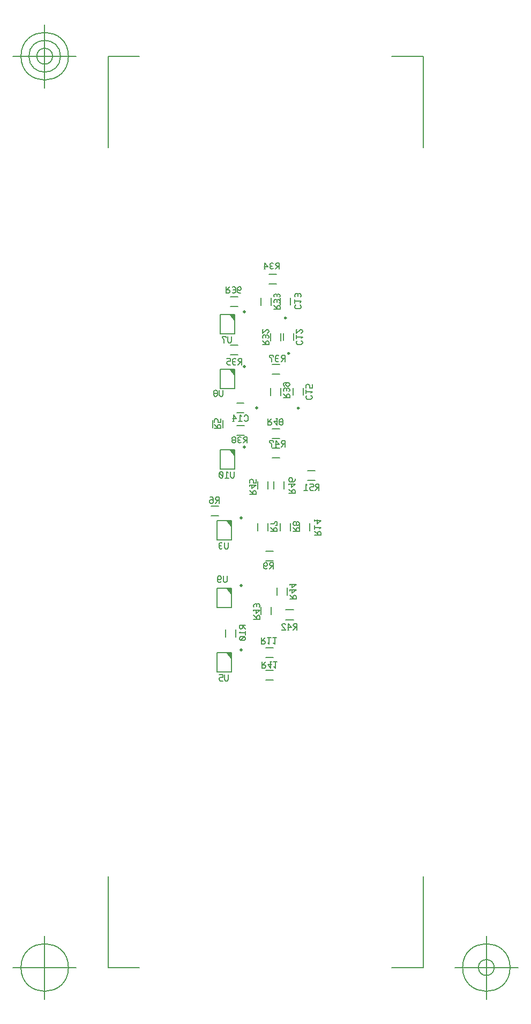
<source format=gbr>
G04 Generated by Ultiboard 14.1 *
%FSLAX34Y34*%
%MOMM*%

%ADD10C,0.0001*%
%ADD11C,0.2032*%
%ADD12C,0.1270*%
%ADD13C,0.1556*%
%ADD14C,0.2000*%
%ADD15C,0.2500*%
%ADD16C,0.50000*%


G04 ColorRGB FF14FF for the following layer *
%LNSilkscreen Bottom*%
%LPD*%
G54D10*
G54D11*
X314655Y149783D02*
X314655Y141783D01*
X312663Y139783D01*
X310672Y139783D01*
X308681Y141783D01*
X308681Y149783D01*
X299721Y149783D02*
X305695Y149783D01*
X305695Y145783D01*
X301712Y145783D01*
X299721Y143783D01*
X299721Y141783D01*
X301712Y139783D01*
X305695Y139783D01*
X319875Y184645D02*
X319875Y153645D01*
X296875Y153645D02*
X296875Y184645D01*
X319875Y153645D02*
X296875Y153645D01*
X296875Y184645D02*
X319875Y184645D01*
X312459Y305305D02*
X312459Y297305D01*
X310468Y295305D01*
X308477Y295305D01*
X306486Y297305D01*
X306486Y305305D01*
X303499Y297305D02*
X301508Y295305D01*
X299517Y295305D01*
X297526Y297305D01*
X297526Y301305D01*
X297526Y303305D01*
X299517Y305305D01*
X301508Y305305D01*
X303499Y303305D01*
X303499Y301305D01*
X301508Y299305D01*
X299517Y299305D01*
X297526Y301305D01*
X319875Y286245D02*
X319875Y255245D01*
X296875Y255245D02*
X296875Y286245D01*
X319875Y255245D02*
X296875Y255245D01*
X296875Y286245D02*
X319875Y286245D01*
X314655Y358063D02*
X314655Y350063D01*
X312663Y348063D01*
X310672Y348063D01*
X308681Y350063D01*
X308681Y358063D01*
X304699Y357063D02*
X303703Y358063D01*
X301712Y358063D01*
X299721Y356063D01*
X299721Y354063D01*
X300717Y353063D01*
X299721Y352063D01*
X299721Y350063D01*
X301712Y348063D01*
X303703Y348063D01*
X304699Y349063D01*
X303703Y353063D02*
X300717Y353063D01*
X319875Y392925D02*
X319875Y361925D01*
X296875Y361925D02*
X296875Y392925D01*
X319875Y361925D02*
X296875Y361925D01*
X296875Y392925D02*
X319875Y392925D01*
X324215Y469823D02*
X324215Y461823D01*
X322223Y459823D01*
X320232Y459823D01*
X318241Y461823D01*
X318241Y469823D01*
X314259Y467823D02*
X312268Y469823D01*
X312268Y459823D01*
X315255Y459823D02*
X309281Y459823D01*
X306295Y467823D02*
X304303Y469823D01*
X302312Y469823D01*
X300321Y467823D01*
X300321Y461823D01*
X302312Y459823D01*
X304303Y459823D01*
X306295Y461823D01*
X306295Y467823D01*
X300321Y467823D02*
X306295Y461823D01*
X324955Y504685D02*
X324955Y473685D01*
X301955Y473685D02*
X301955Y504685D01*
X324955Y473685D02*
X301955Y473685D01*
X301955Y504685D02*
X324955Y504685D01*
X306344Y598440D02*
X306344Y590440D01*
X304353Y588440D01*
X302362Y588440D01*
X300371Y590440D01*
X300371Y598440D01*
X293402Y588440D02*
X295393Y588440D01*
X297384Y590440D01*
X297384Y592440D01*
X296389Y593440D01*
X297384Y594440D01*
X297384Y596440D01*
X295393Y598440D01*
X293402Y598440D01*
X291411Y596440D01*
X291411Y594440D01*
X292407Y593440D01*
X291411Y592440D01*
X291411Y590440D01*
X293402Y588440D01*
X296389Y593440D02*
X292407Y593440D01*
X324955Y631685D02*
X324955Y600685D01*
X301955Y600685D02*
X301955Y631685D01*
X324955Y600685D02*
X301955Y600685D01*
X301955Y631685D02*
X324955Y631685D01*
X319735Y683183D02*
X319735Y675183D01*
X317743Y673183D01*
X315752Y673183D01*
X313761Y675183D01*
X313761Y683183D01*
X307788Y673183D02*
X307788Y678183D01*
X304801Y681183D01*
X304801Y683183D01*
X310775Y683183D01*
X310775Y681183D01*
X324955Y718045D02*
X324955Y687045D01*
X301955Y687045D02*
X301955Y718045D01*
X324955Y687045D02*
X301955Y687045D01*
X301955Y718045D02*
X324955Y718045D01*
G54D12*
G36*
X318851Y183768D02*
X318851Y183768D01*
X312501Y183768D01*
X318851Y176148D01*
X318851Y183768D01*
D02*
G37*
X312501Y183768D01*
X318851Y176148D01*
X318851Y183768D01*
G36*
X318851Y285368D02*
X318851Y285368D01*
X312501Y285368D01*
X318851Y277748D01*
X318851Y285368D01*
D02*
G37*
X312501Y285368D01*
X318851Y277748D01*
X318851Y285368D01*
G36*
X318851Y392048D02*
X318851Y392048D01*
X312501Y392048D01*
X318851Y384428D01*
X318851Y392048D01*
D02*
G37*
X312501Y392048D01*
X318851Y384428D01*
X318851Y392048D01*
G36*
X323931Y503808D02*
X323931Y503808D01*
X317581Y503808D01*
X323931Y496188D01*
X323931Y503808D01*
D02*
G37*
X317581Y503808D01*
X323931Y496188D01*
X323931Y503808D01*
G36*
X323931Y630808D02*
X323931Y630808D01*
X317581Y630808D01*
X323931Y623188D01*
X323931Y630808D01*
D02*
G37*
X317581Y630808D01*
X323931Y623188D01*
X323931Y630808D01*
G36*
X323931Y717168D02*
X323931Y717168D01*
X317581Y717168D01*
X323931Y709548D01*
X323931Y717168D01*
D02*
G37*
X317581Y717168D01*
X323931Y709548D01*
X323931Y717168D01*
X124460Y-312420D02*
X124460Y-168656D01*
X124460Y-312420D02*
X174244Y-312420D01*
X622300Y-312420D02*
X572516Y-312420D01*
X622300Y-312420D02*
X622300Y-168656D01*
X622300Y1125220D02*
X622300Y981456D01*
X622300Y1125220D02*
X572516Y1125220D01*
X124460Y1125220D02*
X174244Y1125220D01*
X124460Y1125220D02*
X124460Y981456D01*
X74460Y-312420D02*
X-25540Y-312420D01*
X24460Y-362420D02*
X24460Y-262420D01*
X-13040Y-312420D02*
G75*
D01*
G02X-13040Y-312420I37500J0*
G01*
X672300Y-312420D02*
X772300Y-312420D01*
X722300Y-362420D02*
X722300Y-262420D01*
X684800Y-312420D02*
G75*
D01*
G02X684800Y-312420I37500J0*
G01*
X709800Y-312420D02*
G75*
D01*
G02X709800Y-312420I12500J0*
G01*
X74460Y1125220D02*
X-25540Y1125220D01*
X24460Y1075220D02*
X24460Y1175220D01*
X-13040Y1125220D02*
G75*
D01*
G02X-13040Y1125220I37500J0*
G01*
X-540Y1125220D02*
G75*
D01*
G02X-540Y1125220I25000J0*
G01*
X11960Y1125220D02*
G75*
D01*
G02X11960Y1125220I12500J0*
G01*
G54D13*
X367791Y169985D02*
X367791Y159985D01*
X371773Y159985D01*
X373764Y161985D01*
X373764Y162985D01*
X371773Y164985D01*
X367791Y164985D01*
X368786Y164985D02*
X373764Y169985D01*
X382724Y165985D02*
X376751Y165985D01*
X381728Y159985D01*
X381728Y169985D01*
X380733Y169985D02*
X382724Y169985D01*
X386706Y161985D02*
X388697Y159985D01*
X388697Y169985D01*
X385711Y169985D02*
X391684Y169985D01*
X367051Y207885D02*
X367051Y197885D01*
X371033Y197885D01*
X373024Y199885D01*
X373024Y200885D01*
X371033Y202885D01*
X367051Y202885D01*
X368046Y202885D02*
X373024Y207885D01*
X377006Y199885D02*
X378997Y197885D01*
X378997Y207885D01*
X376011Y207885D02*
X381984Y207885D01*
X385966Y199885D02*
X387957Y197885D01*
X387957Y207885D01*
X384971Y207885D02*
X390944Y207885D01*
X342035Y227309D02*
X332035Y227309D01*
X332035Y223327D01*
X334035Y221336D01*
X335035Y221336D01*
X337035Y223327D01*
X337035Y227309D01*
X337035Y226314D02*
X342035Y221336D01*
X334035Y217354D02*
X332035Y215363D01*
X342035Y215363D01*
X342035Y218349D02*
X342035Y212376D01*
X334035Y209389D02*
X332035Y207398D01*
X332035Y205407D01*
X334035Y203416D01*
X340035Y203416D01*
X342035Y205407D01*
X342035Y207398D01*
X340035Y209389D01*
X334035Y209389D01*
X334035Y203416D02*
X340035Y209389D01*
X354555Y237241D02*
X364555Y237241D01*
X364555Y241223D01*
X362555Y243214D01*
X361555Y243214D01*
X359555Y241223D01*
X359555Y237241D01*
X359555Y238236D02*
X354555Y243214D01*
X358555Y252174D02*
X358555Y246201D01*
X364555Y251178D01*
X354555Y251178D01*
X354555Y250183D02*
X354555Y252174D01*
X363555Y256156D02*
X364555Y257152D01*
X364555Y259143D01*
X362555Y261134D01*
X360555Y261134D01*
X359555Y260138D01*
X358555Y261134D01*
X356555Y261134D01*
X354555Y259143D01*
X354555Y257152D01*
X355555Y256156D01*
X359555Y257152D02*
X359555Y260138D01*
X411675Y269201D02*
X421675Y269201D01*
X421675Y273183D01*
X419675Y275174D01*
X418675Y275174D01*
X416675Y273183D01*
X416675Y269201D01*
X416675Y270196D02*
X411675Y275174D01*
X415675Y284134D02*
X415675Y278161D01*
X421675Y283138D01*
X411675Y283138D01*
X411675Y282143D02*
X411675Y284134D01*
X415675Y293094D02*
X415675Y287121D01*
X421675Y292098D01*
X411675Y292098D01*
X411675Y291103D02*
X411675Y293094D01*
X385589Y316356D02*
X385589Y326356D01*
X381607Y326356D01*
X379616Y324356D01*
X379616Y323356D01*
X381607Y321356D01*
X385589Y321356D01*
X384594Y321356D02*
X379616Y316356D01*
X376629Y318356D02*
X374638Y316356D01*
X372647Y316356D01*
X370656Y318356D01*
X370656Y322356D01*
X370656Y324356D01*
X372647Y326356D01*
X374638Y326356D01*
X376629Y324356D01*
X376629Y322356D01*
X374638Y320356D01*
X372647Y320356D01*
X370656Y322356D01*
X381195Y375881D02*
X391195Y375881D01*
X391195Y379863D01*
X389195Y381854D01*
X388195Y381854D01*
X386195Y379863D01*
X386195Y375881D01*
X386195Y376876D02*
X381195Y381854D01*
X381195Y387827D02*
X386195Y387827D01*
X389195Y390814D01*
X391195Y390814D01*
X391195Y384841D01*
X389195Y384841D01*
X416755Y375881D02*
X426755Y375881D01*
X426755Y379863D01*
X424755Y381854D01*
X423755Y381854D01*
X421755Y379863D01*
X421755Y375881D01*
X421755Y376876D02*
X416755Y381854D01*
X416755Y388823D02*
X416755Y386832D01*
X418755Y384841D01*
X420755Y384841D01*
X421755Y385836D01*
X422755Y384841D01*
X424755Y384841D01*
X426755Y386832D01*
X426755Y388823D01*
X424755Y390814D01*
X422755Y390814D01*
X421755Y389818D01*
X420755Y390814D01*
X418755Y390814D01*
X416755Y388823D01*
X421755Y385836D02*
X421755Y389818D01*
X450875Y370061D02*
X460875Y370061D01*
X460875Y374043D01*
X458875Y376034D01*
X457875Y376034D01*
X455875Y374043D01*
X455875Y370061D01*
X455875Y371056D02*
X450875Y376034D01*
X458875Y380016D02*
X460875Y382007D01*
X450875Y382007D01*
X450875Y379021D02*
X450875Y384994D01*
X454875Y393954D02*
X454875Y387981D01*
X460875Y392958D01*
X450875Y392958D01*
X450875Y391963D02*
X450875Y393954D01*
X299759Y419765D02*
X299759Y429765D01*
X295777Y429765D01*
X293786Y427765D01*
X293786Y426765D01*
X295777Y424765D01*
X299759Y424765D01*
X298764Y424765D02*
X293786Y419765D01*
X285822Y429765D02*
X288808Y429765D01*
X290799Y427765D01*
X290799Y423765D01*
X290799Y421765D01*
X288808Y419765D01*
X286817Y419765D01*
X284826Y421765D01*
X284826Y423765D01*
X286817Y425765D01*
X288808Y425765D01*
X290799Y423765D01*
X348175Y434301D02*
X358175Y434301D01*
X358175Y438283D01*
X356175Y440274D01*
X355175Y440274D01*
X353175Y438283D01*
X353175Y434301D01*
X353175Y435296D02*
X348175Y440274D01*
X352175Y449234D02*
X352175Y443261D01*
X358175Y448238D01*
X348175Y448238D01*
X348175Y447243D02*
X348175Y449234D01*
X358175Y458194D02*
X358175Y452221D01*
X354175Y452221D01*
X354175Y456203D01*
X352175Y458194D01*
X350175Y458194D01*
X348175Y456203D01*
X348175Y452221D01*
X410235Y436101D02*
X420235Y436101D01*
X420235Y440083D01*
X418235Y442074D01*
X417235Y442074D01*
X415235Y440083D01*
X415235Y436101D01*
X415235Y437096D02*
X410235Y442074D01*
X414235Y451034D02*
X414235Y445061D01*
X420235Y450038D01*
X410235Y450038D01*
X410235Y449043D02*
X410235Y451034D01*
X420235Y458998D02*
X420235Y456012D01*
X418235Y454021D01*
X414235Y454021D01*
X412235Y454021D01*
X410235Y456012D01*
X410235Y458003D01*
X412235Y459994D01*
X414235Y459994D01*
X416235Y458003D01*
X416235Y456012D01*
X414235Y454021D01*
X457979Y440285D02*
X457979Y450285D01*
X453997Y450285D01*
X452006Y448285D01*
X452006Y447285D01*
X453997Y445285D01*
X457979Y445285D01*
X456984Y445285D02*
X452006Y440285D01*
X443046Y450285D02*
X449019Y450285D01*
X449019Y446285D01*
X445037Y446285D01*
X443046Y444285D01*
X443046Y442285D01*
X445037Y440285D01*
X449019Y440285D01*
X439064Y448285D02*
X437073Y450285D01*
X437073Y440285D01*
X440059Y440285D02*
X434086Y440285D01*
X403899Y508665D02*
X403899Y518665D01*
X399917Y518665D01*
X397926Y516665D01*
X397926Y515665D01*
X399917Y513665D01*
X403899Y513665D01*
X402904Y513665D02*
X397926Y508665D01*
X388966Y512665D02*
X394939Y512665D01*
X389962Y518665D01*
X389962Y508665D01*
X390957Y508665D02*
X388966Y508665D01*
X382993Y508665D02*
X382993Y513665D01*
X380006Y516665D01*
X380006Y518665D01*
X385979Y518665D01*
X385979Y516665D01*
X292295Y538441D02*
X302295Y538441D01*
X302295Y542423D01*
X300295Y544414D01*
X299295Y544414D01*
X297295Y542423D01*
X297295Y538441D01*
X297295Y539436D02*
X292295Y544414D01*
X302295Y553374D02*
X302295Y547401D01*
X298295Y547401D01*
X298295Y551383D01*
X296295Y553374D01*
X294295Y553374D01*
X292295Y551383D01*
X292295Y547401D01*
X344419Y515045D02*
X344419Y525045D01*
X340437Y525045D01*
X338446Y523045D01*
X338446Y522045D01*
X340437Y520045D01*
X344419Y520045D01*
X343424Y520045D02*
X338446Y515045D01*
X334464Y524045D02*
X333468Y525045D01*
X331477Y525045D01*
X329486Y523045D01*
X329486Y521045D01*
X330482Y520045D01*
X329486Y519045D01*
X329486Y517045D01*
X331477Y515045D01*
X333468Y515045D01*
X334464Y516045D01*
X333468Y520045D02*
X330482Y520045D01*
X322517Y515045D02*
X324508Y515045D01*
X326499Y517045D01*
X326499Y519045D01*
X325504Y520045D01*
X326499Y521045D01*
X326499Y523045D01*
X324508Y525045D01*
X322517Y525045D01*
X320526Y523045D01*
X320526Y521045D01*
X321522Y520045D01*
X320526Y519045D01*
X320526Y517045D01*
X322517Y515045D01*
X325504Y520045D02*
X321522Y520045D01*
X377211Y553325D02*
X377211Y543325D01*
X381193Y543325D01*
X383184Y545325D01*
X383184Y546325D01*
X381193Y548325D01*
X377211Y548325D01*
X378206Y548325D02*
X383184Y553325D01*
X392144Y549325D02*
X386171Y549325D01*
X391148Y543325D01*
X391148Y553325D01*
X390153Y553325D02*
X392144Y553325D01*
X399113Y553325D02*
X397122Y553325D01*
X395131Y551325D01*
X395131Y549325D01*
X396126Y548325D01*
X395131Y547325D01*
X395131Y545325D01*
X397122Y543325D01*
X399113Y543325D01*
X401104Y545325D01*
X401104Y547325D01*
X400108Y548325D01*
X401104Y549325D01*
X401104Y551325D01*
X399113Y553325D01*
X396126Y548325D02*
X400108Y548325D01*
X339506Y551305D02*
X341497Y549305D01*
X343488Y549305D01*
X345479Y551305D01*
X345479Y557305D01*
X343488Y559305D01*
X341497Y559305D01*
X339506Y557305D01*
X335524Y557305D02*
X333533Y559305D01*
X333533Y549305D01*
X336519Y549305D02*
X330546Y549305D01*
X321586Y553305D02*
X327559Y553305D01*
X322582Y559305D01*
X322582Y549305D01*
X323577Y549305D02*
X321586Y549305D01*
X439075Y590134D02*
X437075Y588143D01*
X437075Y586152D01*
X439075Y584161D01*
X445075Y584161D01*
X447075Y586152D01*
X447075Y588143D01*
X445075Y590134D01*
X445075Y594116D02*
X447075Y596107D01*
X437075Y596107D01*
X437075Y593121D02*
X437075Y599094D01*
X447075Y608054D02*
X447075Y602081D01*
X443075Y602081D01*
X443075Y606063D01*
X441075Y608054D01*
X439075Y608054D01*
X437075Y606063D01*
X437075Y602081D01*
X401515Y586701D02*
X411515Y586701D01*
X411515Y590683D01*
X409515Y592674D01*
X408515Y592674D01*
X406515Y590683D01*
X406515Y586701D01*
X406515Y587696D02*
X401515Y592674D01*
X410515Y596656D02*
X411515Y597652D01*
X411515Y599643D01*
X409515Y601634D01*
X407515Y601634D01*
X406515Y600638D01*
X405515Y601634D01*
X403515Y601634D01*
X401515Y599643D01*
X401515Y597652D01*
X402515Y596656D01*
X406515Y597652D02*
X406515Y600638D01*
X403515Y604621D02*
X401515Y606612D01*
X401515Y608603D01*
X403515Y610594D01*
X407515Y610594D01*
X409515Y610594D01*
X411515Y608603D01*
X411515Y606612D01*
X409515Y604621D01*
X407515Y604621D01*
X405515Y606612D01*
X405515Y608603D01*
X407515Y610594D01*
X403899Y643285D02*
X403899Y653285D01*
X399917Y653285D01*
X397926Y651285D01*
X397926Y650285D01*
X399917Y648285D01*
X403899Y648285D01*
X402904Y648285D02*
X397926Y643285D01*
X393944Y652285D02*
X392948Y653285D01*
X390957Y653285D01*
X388966Y651285D01*
X388966Y649285D01*
X389962Y648285D01*
X388966Y647285D01*
X388966Y645285D01*
X390957Y643285D01*
X392948Y643285D01*
X393944Y644285D01*
X392948Y648285D02*
X389962Y648285D01*
X382993Y643285D02*
X382993Y648285D01*
X380006Y651285D01*
X380006Y653285D01*
X385979Y653285D01*
X385979Y651285D01*
X336059Y638405D02*
X336059Y648405D01*
X332077Y648405D01*
X330086Y646405D01*
X330086Y645405D01*
X332077Y643405D01*
X336059Y643405D01*
X335064Y643405D02*
X330086Y638405D01*
X326104Y647405D02*
X325108Y648405D01*
X323117Y648405D01*
X321126Y646405D01*
X321126Y644405D01*
X322122Y643405D01*
X321126Y642405D01*
X321126Y640405D01*
X323117Y638405D01*
X325108Y638405D01*
X326104Y639405D01*
X325108Y643405D02*
X322122Y643405D01*
X312166Y648405D02*
X318139Y648405D01*
X318139Y644405D01*
X314157Y644405D01*
X312166Y642405D01*
X312166Y640405D01*
X314157Y638405D01*
X318139Y638405D01*
X368495Y670521D02*
X378495Y670521D01*
X378495Y674503D01*
X376495Y676494D01*
X375495Y676494D01*
X373495Y674503D01*
X373495Y670521D01*
X373495Y671516D02*
X368495Y676494D01*
X377495Y680476D02*
X378495Y681472D01*
X378495Y683463D01*
X376495Y685454D01*
X374495Y685454D01*
X373495Y684458D01*
X372495Y685454D01*
X370495Y685454D01*
X368495Y683463D01*
X368495Y681472D01*
X369495Y680476D01*
X373495Y681472D02*
X373495Y684458D01*
X376495Y688441D02*
X378495Y690432D01*
X378495Y692423D01*
X376495Y694414D01*
X375495Y694414D01*
X368495Y688441D01*
X368495Y694414D01*
X369495Y694414D01*
X423835Y676494D02*
X421835Y674503D01*
X421835Y672512D01*
X423835Y670521D01*
X429835Y670521D01*
X431835Y672512D01*
X431835Y674503D01*
X429835Y676494D01*
X429835Y680476D02*
X431835Y682467D01*
X421835Y682467D01*
X421835Y679481D02*
X421835Y685454D01*
X429835Y688441D02*
X431835Y690432D01*
X431835Y692423D01*
X429835Y694414D01*
X428835Y694414D01*
X421835Y688441D01*
X421835Y694414D01*
X422835Y694414D01*
X421585Y732664D02*
X419585Y730673D01*
X419585Y728682D01*
X421585Y726691D01*
X427585Y726691D01*
X429585Y728682D01*
X429585Y730673D01*
X427585Y732664D01*
X427585Y736646D02*
X429585Y738637D01*
X419585Y738637D01*
X419585Y735651D02*
X419585Y741624D01*
X428585Y745606D02*
X429585Y746602D01*
X429585Y748593D01*
X427585Y750584D01*
X425585Y750584D01*
X424585Y749588D01*
X423585Y750584D01*
X421585Y750584D01*
X419585Y748593D01*
X419585Y746602D01*
X420585Y745606D01*
X424585Y746602D02*
X424585Y749588D01*
X311171Y761605D02*
X311171Y751605D01*
X315153Y751605D01*
X317144Y753605D01*
X317144Y754605D01*
X315153Y756605D01*
X311171Y756605D01*
X312166Y756605D02*
X317144Y761605D01*
X321126Y752605D02*
X322122Y751605D01*
X324113Y751605D01*
X326104Y753605D01*
X326104Y755605D01*
X325108Y756605D01*
X326104Y757605D01*
X326104Y759605D01*
X324113Y761605D01*
X322122Y761605D01*
X321126Y760605D01*
X322122Y756605D02*
X325108Y756605D01*
X334068Y751605D02*
X331082Y751605D01*
X329091Y753605D01*
X329091Y757605D01*
X329091Y759605D01*
X331082Y761605D01*
X333073Y761605D01*
X335064Y759605D01*
X335064Y757605D01*
X333073Y755605D01*
X331082Y755605D01*
X329091Y757605D01*
X386275Y726401D02*
X396275Y726401D01*
X396275Y730383D01*
X394275Y732374D01*
X393275Y732374D01*
X391275Y730383D01*
X391275Y726401D01*
X391275Y727396D02*
X386275Y732374D01*
X395275Y736356D02*
X396275Y737352D01*
X396275Y739343D01*
X394275Y741334D01*
X392275Y741334D01*
X391275Y740338D01*
X390275Y741334D01*
X388275Y741334D01*
X386275Y739343D01*
X386275Y737352D01*
X387275Y736356D01*
X391275Y737352D02*
X391275Y740338D01*
X395275Y745316D02*
X396275Y746312D01*
X396275Y748303D01*
X394275Y750294D01*
X392275Y750294D01*
X391275Y749298D01*
X390275Y750294D01*
X388275Y750294D01*
X386275Y748303D01*
X386275Y746312D01*
X387275Y745316D01*
X391275Y746312D02*
X391275Y749298D01*
X395219Y789365D02*
X395219Y799365D01*
X391237Y799365D01*
X389246Y797365D01*
X389246Y796365D01*
X391237Y794365D01*
X395219Y794365D01*
X394224Y794365D02*
X389246Y789365D01*
X385264Y798365D02*
X384268Y799365D01*
X382277Y799365D01*
X380286Y797365D01*
X380286Y795365D01*
X381282Y794365D01*
X380286Y793365D01*
X380286Y791365D01*
X382277Y789365D01*
X384268Y789365D01*
X385264Y790365D01*
X384268Y794365D02*
X381282Y794365D01*
X371326Y793365D02*
X377299Y793365D01*
X372322Y799365D01*
X372322Y789365D01*
X373317Y789365D02*
X371326Y789365D01*
X423184Y220140D02*
X423184Y230140D01*
X419202Y230140D01*
X417211Y228140D01*
X417211Y227140D01*
X419202Y225140D01*
X423184Y225140D01*
X422189Y225140D02*
X417211Y220140D01*
X408251Y224140D02*
X414224Y224140D01*
X409247Y230140D01*
X409247Y220140D01*
X410242Y220140D02*
X408251Y220140D01*
X405264Y228140D02*
X403273Y230140D01*
X401282Y230140D01*
X399291Y228140D01*
X399291Y227140D01*
X405264Y220140D01*
X399291Y220140D01*
X399291Y221140D01*
G54D14*
X373495Y156825D02*
X385495Y156825D01*
X373495Y140825D02*
X385495Y140825D01*
X373495Y140825D02*
X385495Y140825D01*
X373495Y192385D02*
X385495Y192385D01*
X373495Y176385D02*
X385495Y176385D01*
X373495Y176385D02*
X385495Y176385D01*
X326535Y220865D02*
X326535Y208865D01*
X310535Y220865D02*
X310535Y208865D01*
X310535Y220865D02*
X310535Y208865D01*
X366415Y244425D02*
X366415Y256425D01*
X382415Y244425D02*
X382415Y256425D01*
X382415Y244425D02*
X382415Y256425D01*
X391815Y274905D02*
X391815Y286905D01*
X407815Y274905D02*
X407815Y286905D01*
X407815Y274905D02*
X407815Y286905D01*
X385495Y328785D02*
X373495Y328785D01*
X385495Y344785D02*
X373495Y344785D01*
X385495Y344785D02*
X373495Y344785D01*
X361335Y376505D02*
X361335Y388505D01*
X377335Y376505D02*
X377335Y388505D01*
X377335Y376505D02*
X377335Y388505D01*
X412895Y388505D02*
X412895Y376505D01*
X396895Y388505D02*
X396895Y376505D01*
X396895Y388505D02*
X396895Y376505D01*
X443375Y388505D02*
X443375Y376505D01*
X427375Y388505D02*
X427375Y376505D01*
X427375Y388505D02*
X427375Y376505D01*
X287135Y415905D02*
X299135Y415905D01*
X287135Y399905D02*
X299135Y399905D01*
X287135Y399905D02*
X299135Y399905D01*
X361335Y442545D02*
X361335Y454545D01*
X377335Y442545D02*
X377335Y454545D01*
X377335Y442545D02*
X377335Y454545D01*
X402735Y454545D02*
X402735Y442545D01*
X386735Y454545D02*
X386735Y442545D01*
X386735Y454545D02*
X386735Y442545D01*
X451535Y455785D02*
X439535Y455785D01*
X451535Y471785D02*
X439535Y471785D01*
X451535Y471785D02*
X439535Y471785D01*
X395655Y491345D02*
X383655Y491345D01*
X395655Y507345D02*
X383655Y507345D01*
X395655Y507345D02*
X383655Y507345D01*
X306215Y551065D02*
X306215Y539065D01*
X290215Y551065D02*
X290215Y539065D01*
X290215Y551065D02*
X290215Y539065D01*
X327775Y542905D02*
X339775Y542905D01*
X327775Y526905D02*
X339775Y526905D01*
X327775Y526905D02*
X339775Y526905D01*
X383655Y537825D02*
X395655Y537825D01*
X383655Y521825D02*
X395655Y521825D01*
X383655Y521825D02*
X395655Y521825D01*
X339275Y562465D02*
X328275Y562465D01*
X339275Y578465D02*
X328275Y578465D01*
X339275Y578465D02*
X328275Y578465D01*
X417215Y590365D02*
X417215Y601365D01*
X433215Y590365D02*
X433215Y601365D01*
X433215Y590365D02*
X433215Y601365D01*
X381655Y589865D02*
X381655Y601865D01*
X397655Y589865D02*
X397655Y601865D01*
X397655Y589865D02*
X397655Y601865D01*
X395655Y623425D02*
X383655Y623425D01*
X395655Y639425D02*
X383655Y639425D01*
X395655Y639425D02*
X383655Y639425D01*
X329615Y653905D02*
X317615Y653905D01*
X329615Y669905D02*
X317615Y669905D01*
X329615Y669905D02*
X317615Y669905D01*
X397655Y688225D02*
X397655Y676225D01*
X381655Y688225D02*
X381655Y676225D01*
X381655Y688225D02*
X381655Y676225D01*
X401975Y676725D02*
X401975Y687725D01*
X417975Y676725D02*
X417975Y687725D01*
X417975Y676725D02*
X417975Y687725D01*
X396895Y732605D02*
X396895Y743605D01*
X412895Y732605D02*
X412895Y743605D01*
X412895Y732605D02*
X412895Y743605D01*
X317615Y746105D02*
X329615Y746105D01*
X317615Y730105D02*
X329615Y730105D01*
X317615Y730105D02*
X329615Y730105D01*
X382415Y744105D02*
X382415Y732105D01*
X366415Y744105D02*
X366415Y732105D01*
X366415Y744105D02*
X366415Y732105D01*
X390575Y765665D02*
X378575Y765665D01*
X390575Y781665D02*
X378575Y781665D01*
X390575Y781665D02*
X378575Y781665D01*
X417480Y235840D02*
X405480Y235840D01*
X417480Y251840D02*
X405480Y251840D01*
X417480Y251840D02*
X405480Y251840D01*
G54D15*
X358275Y570465D02*
G75*
D01*
G02X358275Y570465I1250J0*
G01*
X423965Y570115D02*
G75*
D01*
G02X423965Y570115I1250J0*
G01*
X408725Y656475D02*
G75*
D01*
G02X408725Y656475I1250J0*
G01*
X403645Y712355D02*
G75*
D01*
G02X403645Y712355I1250J0*
G01*
G54D16*
X335087Y188509D03*
X335087Y290109D03*
X335087Y396789D03*
X340167Y508549D03*
X340167Y635549D03*
X340167Y721909D03*

M02*

</source>
